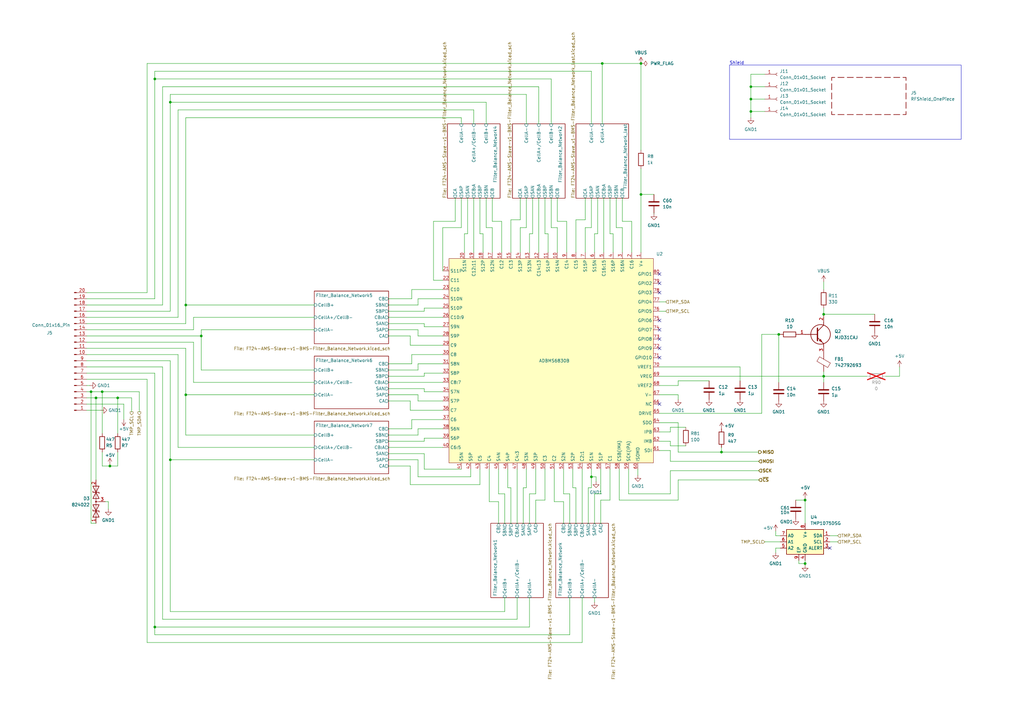
<source format=kicad_sch>
(kicad_sch (version 20230121) (generator eeschema)
  (paper "A3")
  (lib_symbols
    (symbol "ADBMS6830B:ADBMS6830B"
      (property "Reference" "U" (at 44.45 44.45 0))
      (property "Value" "ADBMS6830B" (at 0 0 0))
      (symbol "ADBMS6830B_1_0"
        (pin input line (at -5.08 44.45 270) (length 2.54) (name "C14:13") (number "12"))
        (pin input line (at -44.45 17.78 0) (length 2.54) (name "C10:9") (number "26"))
        (pin input line (at -44.45 -8.89 0) (length 2.54) (name "C8:7") (number "33"))
        (pin input line (at -44.45 -35.56 0) (length 2.54) (name "C6:5") (number "40"))
        (pin input line (at -13.97 -44.45 90) (length 2.54) (name "C4:3") (number "47"))
        (pin input line (at 12.7 -44.45 90) (length 2.54) (name "C2:1") (number "54"))
        (pin input line (at 44.45 -17.78 180) (length 2.54) (name "NC") (number "66"))
        (pin input line (at 44.45 1.27 180) (length 2.54) (name "GPIO10") (number "71"))
      )
      (symbol "ADBMS6830B_1_1"
        (pin input line (at 36.83 44.45 270) (length 2.54) (name "V+") (number "1"))
        (pin input line (at 2.54 44.45 270) (length 2.54) (name "S14N") (number "10"))
        (pin input line (at -1.27 44.45 270) (length 2.54) (name "S14P") (number "11"))
        (pin input line (at -8.89 44.45 270) (length 2.54) (name "S13N") (number "13"))
        (pin input line (at -12.7 44.45 270) (length 2.54) (name "S13P") (number "14"))
        (pin input line (at -16.51 44.45 270) (length 2.54) (name "C13") (number "15"))
        (pin input line (at -20.32 44.45 270) (length 2.54) (name "C12") (number "16"))
        (pin input line (at -24.13 44.45 270) (length 2.54) (name "S12N") (number "17"))
        (pin input line (at -27.94 44.45 270) (length 2.54) (name "S12P") (number "18"))
        (pin input line (at -31.75 44.45 270) (length 2.54) (name "C12:11") (number "19"))
        (pin input line (at 33.02 44.45 270) (length 2.54) (name "C16") (number "2"))
        (pin input line (at -35.56 44.45 270) (length 2.54) (name "S11N") (number "20"))
        (pin input line (at -44.45 36.83 0) (length 2.54) (name "S11P") (number "21"))
        (pin input line (at -44.45 33.02 0) (length 2.54) (name "C11") (number "22"))
        (pin input line (at -44.45 29.21 0) (length 2.54) (name "C10") (number "23"))
        (pin input line (at -44.45 25.4 0) (length 2.54) (name "S10N") (number "24"))
        (pin input line (at -44.45 21.59 0) (length 2.54) (name "S10P") (number "25"))
        (pin input line (at -44.45 13.97 0) (length 2.54) (name "S9N") (number "27"))
        (pin input line (at -44.45 10.16 0) (length 2.54) (name "S9P") (number "28"))
        (pin input line (at -44.45 6.35 0) (length 2.54) (name "C9") (number "29"))
        (pin input line (at 29.21 44.45 270) (length 2.54) (name "S16N") (number "3"))
        (pin input line (at -44.45 2.54 0) (length 2.54) (name "C8") (number "30"))
        (pin input line (at -44.45 -1.27 0) (length 2.54) (name "S8N") (number "31"))
        (pin input line (at -44.45 -5.08 0) (length 2.54) (name "S8P") (number "32"))
        (pin input line (at -44.45 -12.7 0) (length 2.54) (name "S7N") (number "34"))
        (pin input line (at -44.45 -16.51 0) (length 2.54) (name "S7P") (number "35"))
        (pin input line (at -44.45 -20.32 0) (length 2.54) (name "C7") (number "36"))
        (pin input line (at -44.45 -24.13 0) (length 2.54) (name "C6") (number "37"))
        (pin input line (at -44.45 -27.94 0) (length 2.54) (name "S6N") (number "38"))
        (pin input line (at -44.45 -31.75 0) (length 2.54) (name "S6P") (number "39"))
        (pin input line (at 25.4 44.45 270) (length 2.54) (name "S16P") (number "4"))
        (pin input line (at -36.83 -44.45 90) (length 2.54) (name "S5N") (number "41"))
        (pin input line (at -33.02 -44.45 90) (length 2.54) (name "S5P") (number "42"))
        (pin input line (at -29.21 -44.45 90) (length 2.54) (name "C5") (number "43"))
        (pin input line (at -25.4 -44.45 90) (length 2.54) (name "C4") (number "44"))
        (pin input line (at -21.59 -44.45 90) (length 2.54) (name "S4N") (number "45"))
        (pin input line (at -17.78 -44.45 90) (length 2.54) (name "S4P") (number "46"))
        (pin input line (at -10.16 -44.45 90) (length 2.54) (name "S3N") (number "48"))
        (pin input line (at -6.35 -44.45 90) (length 2.54) (name "S3P") (number "49"))
        (pin input line (at 21.59 44.45 270) (length 2.54) (name "C16:15") (number "5"))
        (pin input line (at -2.54 -44.45 90) (length 2.54) (name "C3") (number "50"))
        (pin input line (at 1.27 -44.45 90) (length 2.54) (name "C2") (number "51"))
        (pin input line (at 5.08 -44.45 90) (length 2.54) (name "S2N") (number "52"))
        (pin input line (at 8.89 -44.45 90) (length 2.54) (name "S2P") (number "53"))
        (pin input line (at 16.51 -44.45 90) (length 2.54) (name "S1N") (number "55"))
        (pin input line (at 20.32 -44.45 90) (length 2.54) (name "S1P") (number "56"))
        (pin input line (at 24.13 -44.45 90) (length 2.54) (name "C1") (number "57"))
        (pin input line (at 27.94 -44.45 90) (length 2.54) (name "CSB(IMA)") (number "58"))
        (pin input line (at 31.75 -44.45 90) (length 2.54) (name "SCK(IPA)") (number "59"))
        (pin input line (at 17.78 44.45 270) (length 2.54) (name "S15N") (number "6"))
        (pin input line (at 35.56 -44.45 90) (length 2.54) (name "ISOMD") (number "60"))
        (pin input line (at 44.45 -36.83 180) (length 2.54) (name "SDI") (number "61"))
        (pin input line (at 44.45 -33.02 180) (length 2.54) (name "IMB") (number "62"))
        (pin input line (at 44.45 -29.21 180) (length 2.54) (name "IPB") (number "63"))
        (pin input line (at 44.45 -25.4 180) (length 2.54) (name "SDO") (number "64"))
        (pin input line (at 44.45 -21.59 180) (length 2.54) (name "DRIVE") (number "65"))
        (pin input line (at 44.45 -13.97 180) (length 2.54) (name "V-") (number "67"))
        (pin input line (at 44.45 -10.16 180) (length 2.54) (name "VREF2") (number "68"))
        (pin input line (at 44.45 -6.35 180) (length 2.54) (name "VREG") (number "69"))
        (pin input line (at 13.97 44.45 270) (length 2.54) (name "S15P") (number "7"))
        (pin input line (at 44.45 -2.54 180) (length 2.54) (name "VREF1") (number "70"))
        (pin input line (at 44.45 5.08 180) (length 2.54) (name "GPIO9") (number "72"))
        (pin input line (at 44.45 8.89 180) (length 2.54) (name "GPIO8") (number "73"))
        (pin input line (at 44.45 12.7 180) (length 2.54) (name "GPIO7") (number "74"))
        (pin input line (at 44.45 16.51 180) (length 2.54) (name "GPIO6") (number "75"))
        (pin input line (at 44.45 20.32 180) (length 2.54) (name "GPIO5") (number "76"))
        (pin input line (at 44.45 24.13 180) (length 2.54) (name "GPIO4") (number "77"))
        (pin input line (at 44.45 27.94 180) (length 2.54) (name "GPIO3") (number "78"))
        (pin input line (at 44.45 31.75 180) (length 2.54) (name "GPIO2") (number "79"))
        (pin input line (at 10.16 44.45 270) (length 2.54) (name "C15") (number "8"))
        (pin input line (at 44.45 35.56 180) (length 2.54) (name "GPIO1") (number "80"))
        (pin input line (at 6.35 44.45 270) (length 2.54) (name "C14") (number "9"))
      )
    )
    (symbol "Connector:Conn_01x01_Socket" (pin_names (offset 1.016) hide)
      (property "Reference" "J" (at 0 2.54 0))
      (property "Value" "Conn_01x01_Socket" (at 0 -2.54 0))
      (symbol "Conn_01x01_Socket_1_1"
        (pin passive line (at -5.08 0 0) (length 3.81) (name "Pin_1") (number "1"))
      )
    )
    (symbol "Connector:Conn_01x20_Pin" (pin_names (offset 1.016) hide)
      (property "Reference" "J" (at 0 25.4 0))
      (property "Value" "Conn_01x20_Pin" (at 0 -27.94 0))
      (symbol "Conn_01x20_Pin_1_1"
        (pin passive line (at 5.08 22.86 180) (length 3.81) (name "Pin_1") (number "1"))
        (pin passive line (at 5.08 0 180) (length 3.81) (name "Pin_10") (number "10"))
        (pin passive line (at 5.08 -2.54 180) (length 3.81) (name "Pin_11") (number "11"))
        (pin passive line (at 5.08 -5.08 180) (length 3.81) (name "Pin_12") (number "12"))
        (pin passive line (at 5.08 -7.62 180) (length 3.81) (name "Pin_13") (number "13"))
        (pin passive line (at 5.08 -10.16 180) (length 3.81) (name "Pin_14") (number "14"))
        (pin passive line (at 5.08 -12.7 180) (length 3.81) (name "Pin_15") (number "15"))
        (pin passive line (at 5.08 -15.24 180) (length 3.81) (name "Pin_16") (number "16"))
        (pin passive line (at 5.08 -17.78 180) (length 3.81) (name "Pin_17") (number "17"))
        (pin passive line (at 5.08 -20.32 180) (length 3.81) (name "Pin_18") (number "18"))
        (pin passive line (at 5.08 -22.86 180) (length 3.81) (name "Pin_19") (number "19"))
        (pin passive line (at 5.08 20.32 180) (length 3.81) (name "Pin_2") (number "2"))
        (pin passive line (at 5.08 -25.4 180) (length 3.81) (name "Pin_20") (number "20"))
        (pin passive line (at 5.08 17.78 180) (length 3.81) (name "Pin_3") (number "3"))
        (pin passive line (at 5.08 15.24 180) (length 3.81) (name "Pin_4") (number "4"))
        (pin passive line (at 5.08 12.7 180) (length 3.81) (name "Pin_5") (number "5"))
        (pin passive line (at 5.08 10.16 180) (length 3.81) (name "Pin_6") (number "6"))
        (pin passive line (at 5.08 7.62 180) (length 3.81) (name "Pin_7") (number "7"))
        (pin passive line (at 5.08 5.08 180) (length 3.81) (name "Pin_8") (number "8"))
        (pin passive line (at 5.08 2.54 180) (length 3.81) (name "Pin_9") (number "9"))
      )
    )
    (symbol "Device:C" (pin_numbers hide) (pin_names (offset 0.254))
      (property "Reference" "C" (at 0.635 2.54 0))
      (property "Value" "C" (at 0.635 -2.54 0))
      (symbol "C_1_1"
        (pin passive line (at 0 3.81 270) (length 2.794) (name "~") (number "1"))
        (pin passive line (at 0 -3.81 90) (length 2.794) (name "~") (number "2"))
      )
    )
    (symbol "Device:D_TVS_Dual_AAC" (pin_names (offset 1.016) hide)
      (property "Reference" "D" (at 0 4.445 0))
      (property "Value" "D_TVS_Dual_AAC" (at 0 2.54 0))
      (symbol "D_TVS_Dual_AAC_1_1"
        (pin passive line (at -8.89 0 0) (length 2.54) (name "A1") (number "1"))
        (pin passive line (at 8.89 0 180) (length 2.54) (name "A2") (number "2"))
        (pin input line (at 0 -3.81 90) (length 2.54) (name "common") (number "3"))
      )
    )
    (symbol "Device:FerriteBead" (pin_numbers hide) (pin_names (offset 0))
      (property "Reference" "FB" (at -3.81 0.635 90))
      (property "Value" "FerriteBead" (at 3.81 0 90))
      (symbol "FerriteBead_1_1"
        (pin passive line (at 0 3.81 270) (length 2.54) (name "~") (number "1"))
        (pin passive line (at 0 -3.81 90) (length 2.54) (name "~") (number "2"))
      )
    )
    (symbol "Device:R" (pin_numbers hide) (pin_names (offset 0))
      (property "Reference" "R" (at 2.032 0 90))
      (property "Value" "R" (at 0 0 90))
      (symbol "R_1_1"
        (pin passive line (at 0 3.81 270) (length 1.27) (name "~") (number "1"))
        (pin passive line (at 0 -3.81 90) (length 1.27) (name "~") (number "2"))
      )
    )
    (symbol "Device:RFShield_OnePiece" (pin_names (offset 1.016))
      (property "Reference" "J6" (at 17.145 1.27 0))
      (property "Value" "RFShield_OnePiece" (at 17.145 -1.27 0))
    )
    (symbol "MJD31CAJ:MJD31CAJ" (pin_names hide)
      (property "Reference" "Q" (at 13.97 1.27 0))
      (property "Value" "MJD31CAJ" (at 13.97 -1.27 0))
      (symbol "MJD31CAJ_1_1"
        (pin passive line (at 0 0 0) (length 2.54) (name "B") (number "1"))
        (pin passive line (at 10.16 7.62 270) (length 2.54) (name "C") (number "2"))
        (pin passive line (at 10.16 -7.62 90) (length 2.54) (name "E") (number "3"))
      )
    )
    (symbol "Sensor_Temperature:TMP1075DSG"
      (property "Reference" "U" (at -6.35 6.35 0))
      (property "Value" "TMP1075DSG" (at 6.35 6.35 0))
      (symbol "TMP1075DSG_1_1"
        (pin bidirectional line (at 10.16 2.54 180) (length 2.54) (name "SDA") (number "1"))
        (pin input line (at 10.16 0 180) (length 2.54) (name "SCL") (number "2"))
        (pin open_collector line (at 10.16 -2.54 180) (length 2.54) (name "ALERT") (number "3"))
        (pin power_in line (at 0 -7.62 90) (length 2.54) (name "GND") (number "4"))
        (pin input line (at -10.16 -2.54 0) (length 2.54) (name "A2") (number "5"))
        (pin input line (at -10.16 0 0) (length 2.54) (name "A1") (number "6"))
        (pin input line (at -10.16 2.54 0) (length 2.54) (name "A0") (number "7"))
        (pin power_in line (at 0 7.62 270) (length 2.54) (name "V+") (number "8"))
        (pin passive line (at -2.54 -7.62 90) (length 2.54) (name "EP") (number "9"))
      )
    )
    (symbol "power:+5V" (power) (pin_names (offset 0))
      (property "Value" "+5V" (at 0 3.556 0))
      (symbol "+5V_1_1"
        (pin power_in line (at 0 0 90) (length 0) hide (name "+5V") (number "1"))
      )
    )
    (symbol "power:GND1" (power) (pin_names (offset 0))
      (property "Value" "GND1" (at 0 -3.81 0))
      (symbol "GND1_1_1"
        (pin power_in line (at 0 0 270) (length 0) hide (name "GND1") (number "1"))
      )
    )
    (symbol "power:PWR_FLAG" (power) (pin_numbers hide) (pin_names (offset 0) hide)
      (property "Value" "PWR_FLAG" (at 0 3.81 0))
      (symbol "PWR_FLAG_0_0"
        (pin power_out line (at 0 0 90) (length 0) (name "pwr") (number "1"))
      )
    )
    (symbol "power:VBUS" (power) (pin_names (offset 0))
      (property "Value" "VBUS" (at 0 3.81 0))
      (symbol "VBUS_1_1"
        (pin power_in line (at 0 0 90) (length 0) hide (name "VBUS") (number "1"))
      )
    )
  )
  (junction (at 242.57 195.58))
  (junction (at 295.91 185.42))
  (junction (at 63.5 32.385))
  (junction (at 337.82 154.305))
  (junction (at 307.975 45.72))
  (junction (at 45.085 191.135))
  (junction (at 307.975 35.56))
  (junction (at 337.82 128.905))
  (junction (at 41.91 160.655))
  (junction (at 69.85 41.91))
  (junction (at 48.26 163.195))
  (junction (at 82.55 137.795))
  (junction (at 262.89 26.035))
  (junction (at 69.85 188.595))
  (junction (at 37.338 160.655))
  (junction (at 262.89 79.756))
  (junction (at 319.405 137.16))
  (junction (at 330.2 231.14))
  (junction (at 330.2 205.105))
  (junction (at 76.2 125.095))
  (junction (at 307.975 40.64))
  (junction (at 247.015 26.035))
  (junction (at 76.2 161.925))
  (junction (at 63.5 257.175))
  (junction (at 39.37 163.195))
  (no_connect (at 270.51 142.875))
  (no_connect (at 340.36 224.79))
  (no_connect (at 270.51 116.205))
  (no_connect (at 270.51 139.065))
  (no_connect (at 270.51 131.445))
  (no_connect (at 270.51 146.685))
  (no_connect (at 270.51 120.015))
  (no_connect (at 270.51 112.395))
  (no_connect (at 270.51 165.735))
  (no_connect (at 270.51 135.255))
  (wire (pts (xy 278.13 185.42) (xy 295.91 185.42)))
  (wire (pts (xy 173.99 132.715) (xy 159.385 132.715)))
  (wire (pts (xy 337.82 115.57) (xy 337.82 118.745)))
  (wire (pts (xy 242.57 29.21) (xy 63.5 29.21)))
  (wire (pts (xy 76.2 142.875) (xy 76.2 161.925)))
  (wire (pts (xy 79.375 156.845) (xy 128.905 156.845)))
  (wire (pts (xy 236.22 200.025) (xy 236.22 214.63)))
  (wire (pts (xy 66.675 150.495) (xy 66.675 254)))
  (wire (pts (xy 204.47 205.74) (xy 204.47 214.63)))
  (wire (pts (xy 303.53 156.21) (xy 303.53 150.495)))
  (wire (pts (xy 171.45 151.765) (xy 159.385 151.765)))
  (wire (pts (xy 200.66 192.405) (xy 200.66 205.74)))
  (wire (pts (xy 69.85 41.91) (xy 69.85 127.635)))
  (wire (pts (xy 201.93 103.505) (xy 201.93 93.345)))
  (wire (pts (xy 168.275 168.275) (xy 168.275 164.465)))
  (wire (pts (xy 204.47 192.405) (xy 204.47 202.565)))
  (wire (pts (xy 278.13 163.83) (xy 278.13 161.925)))
  (wire (pts (xy 246.38 192.405) (xy 246.38 202.565)))
  (wire (pts (xy 227.33 192.405) (xy 227.33 205.74)))
  (wire (pts (xy 220.98 35.56) (xy 220.98 50.8)))
  (wire (pts (xy 215.9 38.735) (xy 69.85 38.735)))
  (wire (pts (xy 240.03 93.345) (xy 242.57 93.345)))
  (wire (pts (xy 60.325 26.035) (xy 247.015 26.035)))
  (wire (pts (xy 278.13 158.115) (xy 278.13 156.21)))
  (wire (pts (xy 194.31 45.085) (xy 194.31 50.8)))
  (wire (pts (xy 327.66 229.87) (xy 327.66 231.14)))
  (wire (pts (xy 217.17 103.505) (xy 217.17 95.885)))
  (wire (pts (xy 250.19 95.885) (xy 250.19 81.28)))
  (wire (pts (xy 228.6 90.805) (xy 228.6 81.28)))
  (wire (pts (xy 274.955 180.975) (xy 274.955 182.88)))
  (wire (pts (xy 228.6 103.505) (xy 228.6 93.345)))
  (wire (pts (xy 53.975 163.195) (xy 53.975 168.91)))
  (wire (pts (xy 295.91 183.515) (xy 295.91 185.42)))
  (wire (pts (xy 254 192.405) (xy 254 205.105)))
  (wire (pts (xy 213.36 93.345) (xy 215.9 93.345)))
  (wire (pts (xy 213.36 90.17) (xy 213.36 81.28)))
  (wire (pts (xy 35.56 160.655) (xy 37.338 160.655)))
  (wire (pts (xy 320.04 219.71) (xy 318.135 219.71)))
  (wire (pts (xy 171.45 149.225) (xy 171.45 151.765)))
  (wire (pts (xy 255.27 90.805) (xy 255.27 81.28)))
  (wire (pts (xy 35.56 153.035) (xy 63.5 153.035)))
  (wire (pts (xy 278.13 173.355) (xy 278.13 185.42)))
  (wire (pts (xy 82.55 151.765) (xy 128.905 151.765)))
  (wire (pts (xy 173.99 186.055) (xy 159.385 186.055)))
  (wire (pts (xy 208.28 200.025) (xy 209.55 200.025)))
  (wire (pts (xy 190.5 95.885) (xy 191.77 95.885)))
  (wire (pts (xy 241.3 200.025) (xy 241.3 214.63)))
  (wire (pts (xy 270.51 154.305) (xy 337.82 154.305)))
  (wire (pts (xy 196.85 198.755) (xy 196.85 192.405)))
  (wire (pts (xy 35.56 127.635) (xy 69.85 127.635)))
  (wire (pts (xy 199.39 93.345) (xy 199.39 81.28)))
  (wire (pts (xy 278.13 156.21) (xy 290.83 156.21)))
  (wire (pts (xy 171.45 195.58) (xy 193.04 195.58)))
  (wire (pts (xy 189.23 93.345) (xy 189.23 81.28)))
  (wire (pts (xy 41.91 191.135) (xy 45.085 191.135)))
  (wire (pts (xy 69.85 188.595) (xy 69.85 250.825)))
  (wire (pts (xy 337.82 154.305) (xy 337.82 152.4)))
  (wire (pts (xy 177.8 114.935) (xy 181.61 114.935)))
  (wire (pts (xy 173.99 153.035) (xy 173.99 154.305)))
  (wire (pts (xy 181.61 153.035) (xy 173.99 153.035)))
  (wire (pts (xy 307.975 35.56) (xy 307.975 40.64)))
  (wire (pts (xy 274.955 177.165) (xy 274.955 175.26)))
  (wire (pts (xy 226.06 32.385) (xy 226.06 50.8)))
  (wire (pts (xy 205.74 103.505) (xy 205.74 90.805)))
  (wire (pts (xy 312.42 137.16) (xy 319.405 137.16)))
  (wire (pts (xy 219.71 205.105) (xy 219.71 214.63)))
  (wire (pts (xy 35.56 132.715) (xy 76.2 132.715)))
  (wire (pts (xy 63.5 29.21) (xy 63.5 32.385)))
  (wire (pts (xy 242.57 192.405) (xy 242.57 195.58)))
  (wire (pts (xy 76.2 132.715) (xy 76.2 125.095)))
  (wire (pts (xy 209.55 103.505) (xy 209.55 90.17)))
  (wire (pts (xy 198.12 95.885) (xy 196.85 95.885)))
  (wire (pts (xy 215.9 93.345) (xy 215.9 81.28)))
  (wire (pts (xy 278.13 161.925) (xy 270.51 161.925)))
  (wire (pts (xy 307.975 45.72) (xy 307.975 48.26)))
  (wire (pts (xy 270.51 180.975) (xy 274.955 180.975)))
  (wire (pts (xy 69.85 147.955) (xy 69.85 188.595)))
  (wire (pts (xy 228.6 93.345) (xy 226.06 93.345)))
  (wire (pts (xy 35.56 147.955) (xy 69.85 147.955)))
  (wire (pts (xy 35.56 150.495) (xy 66.675 150.495)))
  (wire (pts (xy 128.905 161.925) (xy 76.2 161.925)))
  (wire (pts (xy 212.09 192.405) (xy 212.09 214.63)))
  (wire (pts (xy 242.57 93.345) (xy 242.57 81.28)))
  (wire (pts (xy 205.74 90.805) (xy 201.93 90.805)))
  (wire (pts (xy 181.61 149.225) (xy 171.45 149.225)))
  (wire (pts (xy 268.224 79.756) (xy 262.89 79.756)))
  (wire (pts (xy 181.61 168.275) (xy 168.275 168.275)))
  (wire (pts (xy 37.338 160.528) (xy 37.338 160.655)))
  (wire (pts (xy 60.325 120.015) (xy 60.325 26.035)))
  (wire (pts (xy 242.57 29.21) (xy 242.57 50.8)))
  (wire (pts (xy 330.2 229.87) (xy 330.2 231.14)))
  (wire (pts (xy 168.91 122.555) (xy 159.385 122.555)))
  (wire (pts (xy 171.45 178.435) (xy 159.385 178.435)))
  (wire (pts (xy 240.03 90.17) (xy 240.03 81.28)))
  (wire (pts (xy 337.82 128.905) (xy 337.82 129.54)))
  (wire (pts (xy 181.61 160.655) (xy 173.99 160.655)))
  (wire (pts (xy 252.73 93.345) (xy 252.73 81.28)))
  (wire (pts (xy 254 205.105) (xy 278.13 205.105)))
  (wire (pts (xy 270.51 177.165) (xy 274.955 177.165)))
  (wire (pts (xy 224.79 95.885) (xy 223.52 95.885)))
  (wire (pts (xy 41.91 160.655) (xy 57.15 160.655)))
  (wire (pts (xy 234.95 200.025) (xy 236.22 200.025)))
  (wire (pts (xy 330.2 204.47) (xy 330.2 205.105)))
  (wire (pts (xy 307.975 30.48) (xy 313.69 30.48)))
  (wire (pts (xy 243.84 103.505) (xy 243.84 95.885)))
  (wire (pts (xy 73.025 183.515) (xy 128.905 183.515)))
  (wire (pts (xy 35.56 145.415) (xy 73.025 145.415)))
  (wire (pts (xy 189.23 48.26) (xy 76.2 48.26)))
  (wire (pts (xy 171.45 125.095) (xy 159.385 125.095)))
  (wire (pts (xy 257.81 192.405) (xy 257.81 202.565)))
  (wire (pts (xy 63.5 122.555) (xy 63.5 32.385)))
  (wire (pts (xy 251.46 95.885) (xy 250.19 95.885)))
  (wire (pts (xy 313.69 35.56) (xy 307.975 35.56)))
  (wire (pts (xy 303.53 150.495) (xy 270.51 150.495)))
  (wire (pts (xy 66.675 254) (xy 212.09 254)))
  (wire (pts (xy 37.338 214.63) (xy 39.37 214.63)))
  (wire (pts (xy 330.2 231.14) (xy 330.2 231.775)))
  (wire (pts (xy 219.71 192.405) (xy 219.71 202.565)))
  (wire (pts (xy 215.9 192.405) (xy 215.9 200.025)))
  (wire (pts (xy 243.84 95.885) (xy 245.11 95.885)))
  (wire (pts (xy 82.55 137.795) (xy 82.55 151.765)))
  (wire (pts (xy 168.275 191.135) (xy 159.385 191.135)))
  (wire (pts (xy 251.46 103.505) (xy 251.46 95.885)))
  (wire (pts (xy 245.11 95.885) (xy 245.11 81.28)))
  (wire (pts (xy 73.025 45.085) (xy 194.31 45.085)))
  (wire (pts (xy 48.26 163.195) (xy 53.975 163.195)))
  (wire (pts (xy 318.135 217.805) (xy 318.135 219.71)))
  (wire (pts (xy 319.405 156.845) (xy 319.405 137.16)))
  (wire (pts (xy 255.27 93.345) (xy 252.73 93.345)))
  (wire (pts (xy 186.69 90.805) (xy 177.8 90.805)))
  (wire (pts (xy 50.8 172.085) (xy 50.8 165.735)))
  (wire (pts (xy 313.69 222.25) (xy 320.04 222.25)))
  (wire (pts (xy 231.14 192.405) (xy 231.14 202.565)))
  (wire (pts (xy 186.69 81.28) (xy 186.69 90.805)))
  (wire (pts (xy 238.76 192.405) (xy 238.76 214.63)))
  (wire (pts (xy 181.61 122.555) (xy 171.45 122.555)))
  (wire (pts (xy 199.39 41.91) (xy 199.39 50.8)))
  (wire (pts (xy 212.09 254) (xy 212.09 245.11)))
  (wire (pts (xy 233.68 202.565) (xy 233.68 214.63)))
  (wire (pts (xy 207.01 250.825) (xy 207.01 245.11)))
  (wire (pts (xy 171.45 175.895) (xy 171.45 178.435)))
  (wire (pts (xy 242.57 200.025) (xy 241.3 200.025)))
  (wire (pts (xy 79.375 130.175) (xy 128.905 130.175)))
  (wire (pts (xy 224.79 103.505) (xy 224.79 95.885)))
  (wire (pts (xy 327.66 231.14) (xy 330.2 231.14)))
  (wire (pts (xy 181.61 93.345) (xy 189.23 93.345)))
  (wire (pts (xy 236.22 90.17) (xy 240.03 90.17)))
  (wire (pts (xy 232.41 90.805) (xy 228.6 90.805)))
  (wire (pts (xy 60.325 263.525) (xy 238.76 263.525)))
  (wire (pts (xy 35.56 142.875) (xy 76.2 142.875)))
  (wire (pts (xy 215.9 200.025) (xy 214.63 200.025)))
  (wire (pts (xy 250.19 192.405) (xy 250.19 205.105)))
  (wire (pts (xy 233.68 245.11) (xy 233.68 260.35)))
  (wire (pts (xy 189.23 50.8) (xy 189.23 48.26)))
  (wire (pts (xy 259.08 103.505) (xy 259.08 90.805)))
  (wire (pts (xy 261.62 192.405) (xy 261.62 194.945)))
  (wire (pts (xy 73.025 145.415) (xy 73.025 183.515)))
  (wire (pts (xy 340.36 219.71) (xy 343.535 219.71)))
  (wire (pts (xy 173.99 179.705) (xy 173.99 180.975)))
  (wire (pts (xy 337.82 154.305) (xy 355.6 154.305)))
  (wire (pts (xy 36.83 158.115) (xy 35.56 158.115)))
  (wire (pts (xy 255.27 103.505) (xy 255.27 93.345)))
  (wire (pts (xy 217.17 95.885) (xy 218.44 95.885)))
  (wire (pts (xy 181.61 126.365) (xy 173.99 126.365)))
  (wire (pts (xy 318.135 226.695) (xy 318.135 224.79)))
  (wire (pts (xy 242.57 195.58) (xy 242.57 200.025)))
  (wire (pts (xy 307.975 45.72) (xy 313.69 45.72)))
  (wire (pts (xy 63.5 260.35) (xy 233.68 260.35)))
  (wire (pts (xy 35.56 155.575) (xy 60.325 155.575)))
  (wire (pts (xy 35.56 120.015) (xy 60.325 120.015)))
  (wire (pts (xy 270.51 158.115) (xy 278.13 158.115)))
  (wire (pts (xy 35.56 137.795) (xy 82.55 137.795)))
  (wire (pts (xy 190.5 103.505) (xy 190.5 95.885)))
  (wire (pts (xy 76.2 125.095) (xy 128.905 125.095)))
  (wire (pts (xy 76.2 161.925) (xy 76.2 178.435)))
  (wire (pts (xy 37.338 160.655) (xy 41.91 160.655)))
  (wire (pts (xy 318.135 224.79) (xy 320.04 224.79)))
  (wire (pts (xy 209.55 90.17) (xy 213.36 90.17)))
  (wire (pts (xy 48.26 191.135) (xy 48.26 185.42)))
  (wire (pts (xy 307.975 30.48) (xy 307.975 35.56)))
  (wire (pts (xy 213.36 103.505) (xy 213.36 93.345)))
  (wire (pts (xy 35.56 135.255) (xy 79.375 135.255)))
  (wire (pts (xy 201.93 93.345) (xy 199.39 93.345)))
  (wire (pts (xy 201.93 90.805) (xy 201.93 81.28)))
  (wire (pts (xy 330.2 205.105) (xy 330.2 214.63)))
  (wire (pts (xy 168.91 118.745) (xy 168.91 122.555)))
  (wire (pts (xy 177.8 90.805) (xy 177.8 114.935)))
  (wire (pts (xy 274.955 182.88) (xy 281.305 182.88)))
  (wire (pts (xy 35.56 130.175) (xy 73.025 130.175)))
  (wire (pts (xy 231.14 205.74) (xy 231.14 214.63)))
  (wire (pts (xy 173.99 126.365) (xy 173.99 127.635)))
  (wire (pts (xy 159.385 183.515) (xy 181.61 183.515)))
  (wire (pts (xy 243.84 245.11) (xy 243.84 247.015)))
  (wire (pts (xy 193.04 195.58) (xy 193.04 192.405)))
  (wire (pts (xy 76.2 48.26) (xy 76.2 125.095)))
  (wire (pts (xy 181.61 118.745) (xy 168.91 118.745)))
  (wire (pts (xy 128.905 135.255) (xy 82.55 135.255)))
  (wire (pts (xy 220.98 81.28) (xy 220.98 103.505)))
  (wire (pts (xy 35.56 140.335) (xy 79.375 140.335)))
  (wire (pts (xy 181.61 164.465) (xy 171.45 164.465)))
  (wire (pts (xy 168.275 141.605) (xy 168.275 137.795)))
  (wire (pts (xy 173.99 154.305) (xy 159.385 154.305)))
  (wire (pts (xy 217.17 202.565) (xy 217.17 214.63)))
  (wire (pts (xy 363.22 154.305) (xy 368.935 154.305)))
  (wire (pts (xy 246.38 202.565) (xy 243.84 202.565)))
  (wire (pts (xy 198.12 103.505) (xy 198.12 95.885)))
  (wire (pts (xy 69.85 41.91) (xy 199.39 41.91)))
  (wire (pts (xy 247.65 81.28) (xy 247.65 103.505)))
  (wire (pts (xy 79.375 135.255) (xy 79.375 130.175)))
  (wire (pts (xy 50.8 165.735) (xy 35.56 165.735)))
  (wire (pts (xy 231.14 202.565) (xy 233.68 202.565)))
  (wire (pts (xy 268.224 87.376) (xy 268.224 87.63)))
  (wire (pts (xy 181.61 133.985) (xy 173.99 133.985)))
  (wire (pts (xy 238.76 245.11) (xy 238.76 263.525)))
  (wire (pts (xy 270.51 127.635) (xy 273.05 127.635)))
  (wire (pts (xy 82.55 135.255) (xy 82.55 137.795)))
  (wire (pts (xy 168.275 164.465) (xy 159.385 164.465)))
  (wire (pts (xy 358.775 128.905) (xy 337.82 128.905)))
  (wire (pts (xy 223.52 192.405) (xy 223.52 205.105)))
  (wire (pts (xy 39.37 163.195) (xy 48.26 163.195)))
  (wire (pts (xy 76.2 178.435) (xy 128.905 178.435)))
  (wire (pts (xy 223.52 95.885) (xy 223.52 81.28)))
  (wire (pts (xy 43.18 205.74) (xy 44.45 205.74)))
  (wire (pts (xy 173.99 180.975) (xy 159.385 180.975)))
  (wire (pts (xy 35.56 122.555) (xy 63.5 122.555)))
  (wire (pts (xy 159.385 156.845) (xy 181.61 156.845)))
  (wire (pts (xy 63.5 32.385) (xy 226.06 32.385)))
  (wire (pts (xy 171.45 161.925) (xy 159.385 161.925)))
  (wire (pts (xy 270.51 123.825) (xy 273.05 123.825)))
  (wire (pts (xy 226.06 93.345) (xy 226.06 81.28)))
  (wire (pts (xy 41.275 168.275) (xy 35.56 168.275)))
  (wire (pts (xy 204.47 202.565) (xy 207.01 202.565)))
  (wire (pts (xy 191.77 95.885) (xy 191.77 81.28)))
  (wire (pts (xy 39.37 196.85) (xy 39.37 163.195)))
  (wire (pts (xy 45.085 191.135) (xy 45.085 190.5)))
  (wire (pts (xy 41.91 185.42) (xy 41.91 191.135)))
  (wire (pts (xy 257.81 202.565) (xy 274.955 202.565)))
  (wire (pts (xy 168.91 149.225) (xy 159.385 149.225)))
  (wire (pts (xy 45.085 191.135) (xy 48.26 191.135)))
  (wire (pts (xy 278.13 196.85) (xy 311.15 196.85)))
  (wire (pts (xy 168.91 145.415) (xy 168.91 149.225)))
  (wire (pts (xy 181.61 175.895) (xy 171.45 175.895)))
  (wire (pts (xy 66.675 35.56) (xy 220.98 35.56)))
  (wire (pts (xy 35.56 163.195) (xy 39.37 163.195)))
  (wire (pts (xy 69.85 188.595) (xy 128.905 188.595)))
  (wire (pts (xy 41.91 160.655) (xy 41.91 177.8)))
  (wire (pts (xy 244.475 197.485) (xy 244.475 195.58)))
  (wire (pts (xy 209.55 200.025) (xy 209.55 214.63)))
  (wire (pts (xy 218.44 95.885) (xy 218.44 81.28)))
  (wire (pts (xy 168.275 198.755) (xy 196.85 198.755)))
  (wire (pts (xy 236.22 103.505) (xy 236.22 90.17)))
  (wire (pts (xy 69.85 38.735) (xy 69.85 41.91)))
  (wire (pts (xy 278.13 205.105) (xy 278.13 196.85)))
  (wire (pts (xy 171.45 188.595) (xy 159.385 188.595)))
  (wire (pts (xy 319.405 137.16) (xy 320.04 137.16)))
  (wire (pts (xy 173.99 186.055) (xy 173.99 192.405)))
  (wire (pts (xy 259.08 90.805) (xy 255.27 90.805)))
  (wire (pts (xy 173.99 192.405) (xy 189.23 192.405)))
  (wire (pts (xy 232.41 103.505) (xy 232.41 90.805)))
  (wire (pts (xy 208.28 192.405) (xy 208.28 200.025)))
  (wire (pts (xy 171.45 188.595) (xy 171.45 195.58)))
  (wire (pts (xy 274.955 175.26) (xy 281.305 175.26)))
  (wire (pts (xy 227.33 205.74) (xy 231.14 205.74)))
  (wire (pts (xy 181.61 179.705) (xy 173.99 179.705)))
  (wire (pts (xy 57.15 160.655) (xy 57.15 168.91)))
  (wire (pts (xy 69.85 250.825) (xy 207.01 250.825)))
  (wire (pts (xy 234.95 192.405) (xy 234.95 200.025)))
  (wire (pts (xy 223.52 205.105) (xy 219.71 205.105)))
  (wire (pts (xy 247.015 26.035) (xy 262.89 26.035)))
  (wire (pts (xy 181.61 137.795) (xy 171.45 137.795)))
  (wire (pts (xy 73.025 130.175) (xy 73.025 45.085)))
  (wire (pts (xy 60.325 155.575) (xy 60.325 263.525)))
  (wire (pts (xy 35.56 125.095) (xy 66.675 125.095)))
  (wire (pts (xy 37.338 160.655) (xy 37.338 214.63)))
  (wire (pts (xy 168.91 175.895) (xy 159.385 175.895)))
  (wire (pts (xy 159.385 130.175) (xy 181.61 130.175)))
  (wire (pts (xy 247.015 26.035) (xy 247.015 50.8)))
  (wire (pts (xy 337.82 154.305) (xy 337.82 156.845)))
  (wire (pts (xy 171.45 122.555) (xy 171.45 125.095)))
  (wire (pts (xy 219.71 202.565) (xy 217.17 202.565)))
  (wire (pts (xy 340.36 222.25) (xy 343.535 222.25)))
  (wire (pts (xy 63.5 153.035) (xy 63.5 257.175)))
  (wire (pts (xy 63.5 257.175) (xy 63.5 260.35)))
  (wire (pts (xy 181.61 145.415) (xy 168.91 145.415)))
  (wire (pts (xy 173.99 159.385) (xy 159.385 159.385)))
  (wire (pts (xy 240.03 103.505) (xy 240.03 93.345)))
  (wire (pts (xy 217.17 257.175) (xy 217.17 245.11)))
  (wire (pts (xy 171.45 135.255) (xy 159.385 135.255)))
  (wire (pts (xy 312.42 137.16) (xy 312.42 169.545)))
  (wire (pts (xy 44.45 205.74) (xy 44.45 208.788)))
  (wire (pts (xy 173.99 133.985) (xy 173.99 132.715)))
  (wire (pts (xy 168.91 172.085) (xy 168.91 175.895)))
  (wire (pts (xy 307.975 40.64) (xy 307.975 45.72)))
  (wire (pts (xy 274.955 189.23) (xy 274.955 184.785)))
  (wire (pts (xy 181.61 111.125) (xy 181.61 93.345)))
  (wire (pts (xy 207.01 202.565) (xy 207.01 214.63)))
  (wire (pts (xy 215.9 50.8) (xy 215.9 38.735)))
  (wire (pts (xy 168.275 191.135) (xy 168.275 198.755)))
  (wire (pts (xy 173.99 127.635) (xy 159.385 127.635)))
  (wire (pts (xy 48.26 177.8) (xy 48.26 163.195)))
  (wire (pts (xy 274.955 189.23) (xy 311.15 189.23)))
  (wire (pts (xy 262.89 26.035) (xy 262.89 61.595)))
  (wire (pts (xy 79.375 140.335) (xy 79.375 156.845)))
  (wire (pts (xy 173.99 160.655) (xy 173.99 159.385)))
  (wire (pts (xy 194.31 81.28) (xy 194.31 103.505)))
  (wire (pts (xy 270.51 173.355) (xy 278.13 173.355)))
  (wire (pts (xy 368.935 150.495) (xy 368.935 154.305)))
  (wire (pts (xy 313.69 40.64) (xy 307.975 40.64)))
  (wire (pts (xy 270.51 169.545) (xy 312.42 169.545)))
  (wire (pts (xy 330.2 205.105) (xy 326.39 205.105)))
  (wire (pts (xy 274.955 193.04) (xy 311.15 193.04)))
  (wire (pts (xy 262.89 69.215) (xy 262.89 79.756)))
  (wire (pts (xy 171.45 164.465) (xy 171.45 161.925)))
  (wire (pts (xy 274.955 184.785) (xy 270.51 184.785)))
  (wire (pts (xy 262.89 79.756) (xy 262.89 103.505)))
  (wire (pts (xy 295.91 185.42) (xy 311.15 185.42)))
  (wire (pts (xy 196.85 95.885) (xy 196.85 81.28)))
  (wire (pts (xy 66.675 125.095) (xy 66.675 35.56)))
  (wire (pts (xy 250.19 205.105) (xy 246.38 205.105)))
  (wire (pts (xy 181.61 141.605) (xy 168.275 141.605)))
  (wire (pts (xy 171.45 137.795) (xy 171.45 135.255)))
  (wire (pts (xy 274.955 202.565) (xy 274.955 193.04)))
  (wire (pts (xy 337.82 126.365) (xy 337.82 128.905)))
  (wire (pts (xy 243.84 202.565) (xy 243.84 214.63)))
  (wire (pts (xy 63.5 257.175) (xy 217.17 257.175)))
  (wire (pts (xy 244.475 195.58) (xy 242.57 195.58)))
  (wire (pts (xy 200.66 205.74) (xy 204.47 205.74)))
  (wire (pts (xy 168.275 137.795) (xy 159.385 137.795)))
  (wire (pts (xy 246.38 205.105) (xy 246.38 214.63)))
  (wire (pts (xy 214.63 200.025) (xy 214.63 214.63)))
  (wire (pts (xy 181.61 172.085) (xy 168.91 172.085)))
  (rectangle (start 299.212 26.67) (end 394.208 57.15))
  (text "Shield" (at 299.212 26.67 0) (effects (font (size 1.27 1.27)) (justify left bottom)))
  (hierarchical_label "TMP_SCL" (shape input) (at 273.05 127.635 0))
  (hierarchical_label "TMP_SDA" (shape input) (at 273.05 123.825 0))
  (hierarchical_label "MISO" (shape output) (at 311.15 185.42 0) (effects (font bold)))
  (hierarchical_label "TMP_SCL" (shape output) (at 53.975 168.91 270))
  (hierarchical_label "MOSI" (shape input) (at 311.15 189.23 0) (effects (font bold)))
  (hierarchical_label "TMP_SDA" (shape output) (at 57.15 168.91 270))
  (hierarchical_label "TMP_SCL" (shape input) (at 313.69 222.25 180))
  (hierarchical_label "SCK" (shape input) (at 311.15 193.04 0) (effects (font bold)))
  (hierarchical_label "TMP_SDA" (shape input) (at 343.535 219.71 0))
  (hierarchical_label "~{CS}" (shape input) (at 311.15 196.85 0) (effects (font bold)))
  (hierarchical_label "TMP_SCL" (shape input) (at 343.535 222.25 0))
  (symbol (lib_id "Device:R") (at 262.89 65.405 0) (unit 1)
    (property "Reference" "R8" (at 265.43 64.135 0) (effects (justify left)))
    (property "Value" "1k" (at 265.43 66.675 0) (effects (justify left)))
    (property "Footprint" "Resistor_SMD:R_0603_1608Metric" (effects hide))
  )
  (symbol (lib_id "power:GND1") (at 358.775 136.525 0) (unit 1)
    (property "Reference" "#PWR049" (effects hide))
    (property "Value" "GND1" (at 358.775 140.97 0))
  )
  (symbol (lib_id "Device:C") (at 337.82 160.655 0) (unit 1)
    (property "Reference" "C15" (at 340.995 159.385 0) (effects (justify left)))
    (property "Value" "1µ" (at 340.995 161.925 0) (effects (justify left)))
    (property "Footprint" "Capacitor_SMD:C_0603_1608Metric" (effects hide))
  )
  (symbol (lib_id "power:+5V") (at 295.91 175.895 0) (unit 1)
    (property "Reference" "#PWR043" (effects hide))
    (property "Value" "+5V" (at 299.085 174.625 0))
  )
  (symbol (lib_id "Device:C") (at 303.53 160.02 0) (unit 1)
    (property "Reference" "C13" (at 306.705 158.75 0) (effects (justify left)))
    (property "Value" "1µ" (at 306.705 161.29 0) (effects (justify left)))
    (property "Footprint" "Capacitor_SMD:C_0603_1608Metric" (effects hide))
  )
  (symbol (lib_id "Device:C") (at 358.775 132.715 0) (unit 1)
    (property "Reference" "C16" (at 362.585 131.445 0) (effects (justify left)))
    (property "Value" "10n" (at 362.585 133.985 0) (effects (justify left)))
    (property "Footprint" "Capacitor_SMD:C_0603_1608Metric" (effects hide))
  )
  (symbol (lib_id "Sensor_Temperature:TMP1075DSG") (at 330.2 222.25 0) (unit 1)
    (property "Reference" "U4" (at 332.3941 212.09 0) (effects (justify left)))
    (property "Value" "TMP1075DSG" (at 332.3941 214.63 0) (effects (justify left)))
    (property "Footprint" "Slave:SON50P200X200X80-9N" (effects hide))
    (property "Datasheet" "https://www.ti.com/lit/gpn/tmp1075" (effects hide))
  )
  (symbol (lib_id "power:+5V") (at 368.935 150.495 0) (unit 1)
    (property "Reference" "#PWR050" (effects hide))
    (property "Value" "+5V" (at 368.935 146.05 0))
  )
  (symbol (lib_id "power:+5V") (at 45.085 190.5 0) (mirror y) (unit 1)
    (property "Reference" "#PWR023" (effects hide))
    (property "Value" "+5V" (at 45.085 186.69 0))
  )
  (symbol (lib_id "Device:R") (at 323.85 137.16 90) (unit 1)
    (property "Reference" "R10" (at 323.85 131.445 90))
    (property "Value" "10" (at 323.85 133.985 90))
    (property "Footprint" "Resistor_SMD:R_0603_1608Metric" (effects hide))
  )
  (symbol (lib_id "power:GND1") (at 268.224 87.63 0) (unit 1)
    (property "Reference" "#PWR076" (effects hide))
    (property "Value" "GND1" (at 268.224 92.456 0))
  )
  (symbol (lib_id "power:GND1") (at 278.13 163.83 0) (unit 1)
    (property "Reference" "#PWR041" (effects hide))
    (property "Value" "GND1" (at 278.13 168.275 0))
  )
  (symbol (lib_id "power:GND1") (at 243.84 247.015 0) (unit 1)
    (property "Reference" "#PWR039" (effects hide))
    (property "Value" "GND1" (at 243.84 251.46 0))
  )
  (symbol (lib_id "power:GND1") (at 326.39 212.725 0) (mirror y) (unit 1)
    (property "Reference" "#PWR083" (effects hide))
    (property "Value" "GND1" (at 322.58 213.995 0))
  )
  (symbol (lib_id "power:VBUS") (at 262.89 26.035 0) (unit 1)
    (property "Reference" "#PWR065" (effects hide))
    (property "Value" "VBUS" (at 262.89 21.59 0))
  )
  (symbol (lib_id "Device:RFShield_OnePiece") (at 356.362 39.37 0) (unit 1)
    (property "Reference" "J5" (at 373.507 38.1 0) (effects (justify left)))
    (property "Value" "RFShield_OnePiece" (at 373.507 40.64 0) (effects (justify left)))
    (property "Footprint" "Slave:Wuerth_Elektronik_3600637250S" (effects hide))
    (property "Datasheet" "https://www.we-online.com/components/products/datasheet/3600637250S.pdf" (effects hide))
    (instances (project "FT24-AMS_Slave-v5" (path "" (reference "J5") (unit 1)) (path "" (reference "J6") (unit 1))))
  )
  (symbol (lib_id "power:GND1") (at 330.2 231.775 0) (mirror y) (unit 1)
    (property "Reference" "#PWR036" (effects hide))
    (property "Value" "GND1" (at 330.2 236.22 0))
  )
  (symbol (lib_id "power:GND1") (at 44.45 208.788 0) (unit 1)
    (property "Reference" "#PWR033" (effects hide))
    (property "Value" "GND1" (at 44.45 213.36 0))
  )
  (symbol (lib_id "power:GND1") (at 261.62 194.945 0) (unit 1)
    (property "Reference" "#PWR040" (effects hide))
    (property "Value" "GND1" (at 261.62 199.39 0))
  )
  (symbol (lib_id "Device:D_TVS_Dual_AAC") (at 39.37 205.74 90) (unit 1)
    (property "Reference" "D3" (at 36.83 204.47 90) (effects (justify left)))
    (property "Value" "824022" (at 36.83 207.01 90) (effects (justify left)))
    (property "Footprint" "Slave:SOT95P240X120-3N" (effects hide))
    (property "Datasheet" "https://www.we-online.com/components/products/datasheet/824022.pdf" (effects hide))
  )
  (symbol (lib_id "MJD31CAJ:MJD31CAJ") (at 327.66 137.16 0) (unit 1)
    (property "Reference" "Q2" (at 342.265 135.89 0) (effects (justify left)))
    (property "Value" "MJD31CAJ" (at 342.265 138.43 0) (effects (justify left)))
    (property "Footprint" "Slave:MJD31CAJ" (effects hide))
    (property "Datasheet" "https://assets.nexperia.com/documents/data-sheet/MJD31CA.pdf" (effects hide))
    (property "Height" "2.38" (effects hide))
    (property "Mouser Part Number" "771-MJD31CAJ" (effects hide))
    (property "Mouser Price/Stock" "https://www.mouser.co.uk/ProductDetail/Nexperia/MJD31CAJ?qs=Lw5w8Rbia2XIR2GSKHXSCQ%3D%3D" (effects hide))
    (property "Manufacturer_Name" "Nexperia" (effects hide))
    (property "Manufacturer_Part_Number" "MJD31CAJ" (effects hide))
  )
  (symbol (lib_id "Connector:Conn_01x01_Socket") (at 318.77 35.56 0) (unit 1)
    (property "Reference" "J12" (at 319.786 34.29 0) (effects (justify left)))
    (property "Value" "Conn_01x01_Socket" (at 319.786 36.83 0) (effects (justify left)))
    (property "Footprint" "Slave:36900000" (effects hide))
    (property "Datasheet" "https://www.we-online.com/components/products/datasheet/36900000.pdf" (effects hide))
  )
  (symbol (lib_id "Device:FerriteBead") (at 337.82 148.59 0) (unit 1)
    (property "Reference" "FB1" (at 342.265 147.2692 0) (effects (justify left)))
    (property "Value" "742792693" (at 342.265 149.8092 0) (effects (justify left)))
    (property "Footprint" "Inductor_SMD:L_0603_1608Metric" (effects hide))
  )
  (symbol (lib_id "power:GND1") (at 307.975 48.26 0) (unit 1)
    (property "Reference" "#PWR045" (effects hide))
    (property "Value" "GND1" (at 307.975 53.086 0))
  )
  (symbol (lib_id "Device:C") (at 290.83 160.02 0) (unit 1)
    (property "Reference" "C12" (at 294.64 158.75 0) (effects (justify left)))
    (property "Value" "1µ" (at 294.64 161.29 0) (effects (justify left)))
    (property "Footprint" "Capacitor_SMD:C_0603_1608Metric" (effects hide))
  )
  (symbol (lib_id "power:+5V") (at 330.2 204.47 0) (unit 1)
    (property "Reference" "#PWR080" (effects hide))
    (property "Value" "+5V" (at 330.2 200.025 0))
  )
  (symbol (lib_id "power:GND1") (at 303.53 163.83 0) (unit 1)
    (property "Reference" "#PWR044" (effects hide))
    (property "Value" "GND1" (at 303.53 168.275 0))
  )
  (symbol (lib_id "Connector:Conn_01x01_Socket") (at 318.77 30.48 0) (unit 1)
    (property "Reference" "J11" (at 319.786 29.21 0) (effects (justify left)))
    (property "Value" "Conn_01x01_Socket" (at 319.786 31.75 0) (effects (justify left)))
    (property "Footprint" "Slave:36900000" (effects hide))
    (property "Datasheet" "https://www.we-online.com/components/products/datasheet/36900000.pdf" (effects hide))
  )
  (symbol (lib_id "power:GND1") (at 36.83 158.115 90) (mirror x) (unit 1)
    (property "Reference" "#PWR066" (effects hide))
    (property "Value" "GND1" (at 42.545 158.115 90))
  )
  (symbol (lib_id "Device:C") (at 268.224 83.566 0) (unit 1)
    (property "Reference" "C60" (at 271.78 82.296 0) (effects (justify left)))
    (property "Value" "10n" (at 271.78 84.836 0) (effects (justify left)))
    (property "Footprint" "Capacitor_SMD:C_0603_1608Metric" (effects hide))
  )
  (symbol (lib_id "Connector:Conn_01x01_Socket") (at 318.77 45.72 0) (unit 1)
    (property "Reference" "J14" (at 319.786 44.45 0) (effects (justify left)))
    (property "Value" "Conn_01x01_Socket" (at 319.786 46.99 0) (effects (justify left)))
    (property "Footprint" "Slave:36900000" (effects hide))
    (property "Datasheet" "https://www.we-online.com/components/products/datasheet/36900000.pdf" (effects hide))
  )
  (symbol (lib_id "power:GND1") (at 319.405 164.465 0) (unit 1)
    (property "Reference" "#PWR046" (effects hide))
    (property "Value" "GND1" (at 319.405 168.91 0))
  )
  (symbol (lib_id "power:VBUS") (at 337.82 115.57 0) (unit 1)
    (property "Reference" "#PWR047" (effects hide))
    (property "Value" "VBUS" (at 337.82 111.125 0))
  )
  (symbol (lib_id "power:GND1") (at 318.135 226.695 0) (mirror y) (unit 1)
    (property "Reference" "#PWR082" (effects hide))
    (property "Value" "GND1" (at 318.135 231.14 0))
  )
  (symbol (lib_id "Device:R") (at 48.26 181.61 0) (mirror x) (unit 1)
    (property "Reference" "R7" (at 49.784 182.753 0) (effects (justify left)))
    (property "Value" "4k7" (at 49.784 180.213 0) (effects (justify left)))
    (property "Footprint" "Resistor_SMD:R_0603_1608Metric" (effects hide))
    (instances (project "FT24-AMS_Slave-v5" (path "" (reference "R7") (unit 1)) (path "" (reference "R78") (unit 1))))
  )
  (symbol (lib_id "Device:R") (at 337.82 122.555 0) (unit 1)
    (property "Reference" "R11" (at 339.725 121.285 0) (effects (justify left)))
    (property "Value" "330" (at 339.725 123.825 0) (effects (justify left)))
    (property "Footprint" "Resistor_SMD:R_1206_3216Metric" (effects hide))
  )
  (symbol (lib_id "power:PWR_FLAG") (at 262.89 26.035 270) (unit 1)
    (property "Reference" "#FLG07" (effects hide))
    (property "Value" "PWR_FLAG" (at 266.7 26.035 90) (effects (justify left)))
  )
  (symbol (lib_id "power:GND1") (at 290.83 163.83 0) (unit 1)
    (property "Reference" "#PWR042" (effects hide))
    (property "Value" "GND1" (at 290.83 168.275 0))
  )
  (symbol (lib_id "Connector:Conn_01x01_Socket") (at 318.77 40.64 0) (unit 1)
    (property "Reference" "J13" (at 319.786 39.37 0) (effects (justify left)))
    (property "Value" "Conn_01x01_Socket" (at 319.786 41.91 0) (effects (justify left)))
    (property "Footprint" "Slave:36900000" (effects hide))
    (property "Datasheet" "https://www.we-online.com/components/products/datasheet/36900000.pdf" (effects hide))
  )
  (symbol (lib_id "Connector:Conn_01x20_Pin") (at 30.48 145.415 0) (mirror x) (unit 1)
    (property "Reference" "J5" (at 20.32 136.525 0))
    (property "Value" "Conn_01x16_Pin" (at 20.955 133.35 0))
    (property "Footprint" "Slave:524652070" (effects hide))
  )
  (symbol (lib_id "ADBMS6830B:ADBMS6830B") (at 226.06 147.955 0) (unit 1)
    (property "Reference" "U2" (at 270.51 104.14 0))
    (property "Value" "ADBMS6830B" (at 227.33 147.955 0))
    (property "Footprint" "Slave:QFP-80_12x12_Pitch0.5mm" (effects hide))
  )
  (symbol (lib_id "Device:R") (at 281.305 179.07 0) (unit 1)
    (property "Reference" "R81" (at 283.21 177.8 0) (effects (justify left)))
    (property "Value" "100" (at 283.21 180.34 0) (effects (justify left)))
    (property "Footprint" "Resistor_SMD:R_0603_1608Metric" (effects hide))
  )
  (symbol (lib_id "power:+5V") (at 50.8 172.085 0) (mirror x) (unit 1)
    (property "Reference" "#PWR038" (effects hide))
    (property "Value" "+5V" (at 50.8 175.895 0))
  )
  (symbol (lib_id "power:GND1") (at 337.82 164.465 0) (unit 1)
    (property "Reference" "#PWR048" (effects hide))
    (property "Value" "GND1" (at 337.82 168.91 0))
  )
  (symbol (lib_id "Device:R") (at 41.91 181.61 0) (mirror x) (unit 1)
    (property "Reference" "R5" (at 43.434 182.753 0) (effects (justify left)))
    (property "Value" "4k7" (at 43.434 180.213 0) (effects (justify left)))
    (property "Footprint" "Resistor_SMD:R_0603_1608Metric" (effects hide))
    (instances (project "FT24-AMS_Slave-v5" (path "" (reference "R5") (unit 1)) (path "" (reference "R77") (unit 1))))
  )
  (symbol (lib_id "power:GND1") (at 244.475 197.485 0) (unit 1)
    (property "Reference" "#PWR067" (effects hide))
    (property "Value" "GND1" (at 244.475 201.93 0))
  )
  (symbol (lib_id "power:+5V") (at 318.135 217.805 0) (unit 1)
    (property "Reference" "#PWR081" (effects hide))
    (property "Value" "+5V" (at 314.96 216.535 0))
  )
  (symbol (lib_id "power:GND1") (at 41.275 168.275 90) (mirror x) (unit 1)
    (property "Reference" "#PWR037" (effects hide))
    (property "Value" "GND1" (at 44.45 168.275 90) (effects (justify right)))
  )
  (symbol (lib_id "Device:R") (at 359.41 154.305 90) (unit 1) (dnp yes)
    (property "Reference" "R90" (at 359.41 156.845 90))
    (property "Value" "0" (at 359.41 159.385 90))
    (property "Footprint" "Resistor_SMD:R_0603_1608Metric" (effects hide))
  )
  (symbol (lib_id "Device:C") (at 319.405 160.655 0) (unit 1)
    (property "Reference" "C14" (at 322.58 159.385 0) (effects (justify left)))
    (property "Value" "10n" (at 322.58 161.925 0) (effects (justify left)))
    (property "Footprint" "Capacitor_SMD:C_0603_1608Metric" (effects hide))
  )
  (symbol (lib_id "Device:C") (at 326.39 208.915 0) (unit 1)
    (property "Reference" "C61" (at 320.04 208.28 0) (effects (justify left)))
    (property "Value" "10n" (at 320.04 210.185 0) (effects (justify left)))
    (property "Footprint" "Capacitor_SMD:C_0603_1608Metric" (effects hide))
  )
  (symbol (lib_id "Device:R") (at 295.91 179.705 0) (unit 1)
    (property "Reference" "R9" (at 298.45 178.435 0) (effects (justify left)))
    (property "Value" "4k7" (at 298.45 180.975 0) (effects (justify left)))
    (property "Footprint" "Resistor_SMD:R_0603_1608Metric" (effects hide))
  )
  (sheet (at 128.905 119.38) (size 30.48 21.59) (stroke (width 0.1524))
    (property "Sheetname" "Filter_Balance_Network5" (at 129.54 121.92 0) (effects (justify left bottom)))
    (property "Sheetfile" "FT24-AMS-Slave-v1-BMS-Filter_Balance_Network.kicad_sch" (at 95.885 142.24 0) (effects (justify left top)))
    (pin "CellA-" input (at 128.905 135.255 180))
    (pin "CellA+{slash}CellB-" input (at 128.905 130.175 180))
    (pin "CellB+" input (at 128.905 125.095 180))
    (pin "SAP" output (at 159.385 135.255 0))
    (pin "CA" output (at 159.385 137.795 0))
    (pin "SAN" output (at 159.385 132.715 0))
    (pin "CB" output (at 159.385 122.555 0))
    (pin "SBN" output (at 159.385 125.095 0))
    (pin "SBP" output (at 159.385 127.635 0))
    (pin "CB:A" output (at 159.385 130.175 0))
  )
  (sheet (at 201.295 214.63) (size 21.59 30.48) (stroke (width 0.1524))
    (property "Sheetname" "Filter_Balance_Network1" (at 203.835 244.475 90) (effects (justify left bottom)))
    (property "Sheetfile" "FT24-AMS-Slave-v1-BMS-Filter_Balance_Network.kicad_sch" (at 224.79 278.765 90) (effects (justify left top)))
    (pin "CellA-" input (at 217.17 245.11 270))
    (pin "CellA+{slash}CellB-" input (at 212.09 245.11 270))
    (pin "CellB+" input (at 207.01 245.11 270))
    (pin "SAP" output (at 217.17 214.63 90))
    (pin "CA" output (at 219.71 214.63 90))
    (pin "SAN" output (at 214.63 214.63 90))
    (pin "CB" output (at 204.47 214.63 90))
    (pin "SBN" output (at 207.01 214.63 90))
    (pin "SBP" output (at 209.55 214.63 90))
    (pin "CB:A" output (at 212.09 214.63 90))
  )
  (sheet (at 236.22 50.8) (size 21.59 30.48) (stroke (width 0.1524))
    (property "Sheetname" "Filter_Balance_Network_last" (at 257.175 77.47 90) (effects (justify left bottom)))
    (property "Sheetfile" "FT24-AMS-Slave_v1-BMS-Filter_Balance_Network_last.kicad_sch" (at 234.315 81.28 90) (effects (justify left top)))
    (pin "SAP" output (at 242.57 81.28 270))
    (pin "CA" output (at 240.03 81.28 270))
    (pin "SAN" output (at 245.11 81.28 270))
    (pin "CB" output (at 255.27 81.28 270))
    (pin "SBP" output (at 250.19 81.28 270))
    (pin "CB:A" output (at 247.65 81.28 270))
    (pin "SBN" output (at 252.73 81.28 270))
    (pin "CellA-" input (at 242.57 50.8 90))
    (pin "CellA+" input (at 247.015 50.8 90))
  )
  (sheet (at 210.185 50.8) (size 21.59 30.48) (stroke (width 0.1524))
    (property "Sheetname" "Filter_Balance_Network2" (at 230.505 74.93 90) (effects (justify left bottom)))
    (property "Sheetfile" "FT24-AMS-Slave-v1-BMS-Filter_Balance_Network.kicad_sch" (at 208.28 81.28 90) (effects (justify left top)))
    (pin "CellA-" input (at 215.9 50.8 90))
    (pin "CellA+{slash}CellB-" input (at 220.98 50.8 90))
    (pin "CellB+" input (at 226.06 50.8 90))
    (pin "SAP" output (at 215.9 81.28 270))
    (pin "CA" output (at 213.36 81.28 270))
    (pin "SAN" output (at 218.44 81.28 270))
    (pin "CB" output (at 228.6 81.28 270))
    (pin "SBN" output (at 226.06 81.28 270))
    (pin "SBP" output (at 223.52 81.28 270))
    (pin "CB:A" output (at 220.98 81.28 270))
  )
  (sheet (at 128.905 172.72) (size 30.48 21.59) (stroke (width 0.1524))
    (property "Sheetname" "Filter_Balance_Network7" (at 129.54 175.26 0) (effects (justify left bottom)))
    (property "Sheetfile" "FT24-AMS-Slave-v1-BMS-Filter_Balance_Network.kicad_sch" (at 95.885 195.58 0) (effects (justify left top)))
    (pin "CellA-" input (at 128.905 188.595 180))
    (pin "CellA+{slash}CellB-" input (at 128.905 183.515 180))
    (pin "CellB+" input (at 128.905 178.435 180))
    (pin "SAP" output (at 159.385 188.595 0))
    (pin "CA" output (at 159.385 191.135 0))
    (pin "SAN" output (at 159.385 186.055 0))
    (pin "CB" output (at 159.385 175.895 0))
    (pin "SBN" output (at 159.385 178.435 0))
    (pin "SBP" output (at 159.385 180.975 0))
    (pin "CB:A" output (at 159.385 183.515 0))
  )
  (sheet (at 227.965 214.63) (size 21.59 30.48) (stroke (width 0.1524))
    (property "Sheetname" "Filter_Balance_Network" (at 230.505 244.475 90) (effects (justify left bottom)))
    (property "Sheetfile" "FT24-AMS-Slave-v1-BMS-Filter_Balance_Network.kicad_sch" (at 250.825 278.765 90) (effects (justify left top)))
    (pin "CellA-" input (at 243.84 245.11 270))
    (pin "CellA+{slash}CellB-" input (at 238.76 245.11 270))
    (pin "CellB+" input (at 233.68 245.11 270))
    (pin "SAP" output (at 243.84 214.63 90))
    (pin "CA" output (at 246.38 214.63 90))
    (pin "SAN" output (at 241.3 214.63 90))
    (pin "CB" output (at 231.14 214.63 90))
    (pin "SBN" output (at 233.68 214.63 90))
    (pin "SBP" output (at 236.22 214.63 90))
    (pin "CB:A" output (at 238.76 214.63 90))
  )
  (sheet (at 183.515 50.8) (size 21.59 30.48) (stroke (width 0.1524))
    (property "Sheetname" "Filter_Balance_Network4" (at 203.835 74.93 90) (effects (justify left bottom)))
    (property "Sheetfile" "FT24-AMS-Slave-v1-BMS-Filter_Balance_Network.kicad_sch" (at 181.61 81.28 90) (effects (justify left top)))
    (pin "CellA-" input (at 189.23 50.8 90))
    (pin "CellA+{slash}CellB-" input (at 194.31 50.8 90))
    (pin "CellB+" input (at 199.39 50.8 90))
    (pin "SAP" output (at 189.23 81.28 270))
    (pin "CA" output (at 186.69 81.28 270))
    (pin "SAN" output (at 191.77 81.28 270))
    (pin "CB" output (at 201.93 81.28 270))
    (pin "SBN" output (at 199.39 81.28 270))
    (pin "SBP" output (at 196.85 81.28 270))
    (pin "CB:A" output (at 194.31 81.28 270))
  )
  (sheet (at 128.905 146.05) (size 30.48 21.59) (stroke (width 0.1524))
    (property "Sheetname" "Filter_Balance_Network6" (at 129.54 148.59 0) (effects (justify left bottom)))
    (property "Sheetfile" "FT24-AMS-Slave-v1-BMS-Filter_Balance_Network.kicad_sch" (at 95.885 168.91 0) (effects (justify left top)))
    (pin "CellA-" input (at 128.905 161.925 180))
    (pin "CellA+{slash}CellB-" input (at 128.905 156.845 180))
    (pin "CellB+" input (at 128.905 151.765 180))
    (pin "SAP" output (at 159.385 161.925 0))
    (pin "CA" output (at 159.385 164.465 0))
    (pin "SAN" output (at 159.385 159.385 0))
    (pin "CB" output (at 159.385 149.225 0))
    (pin "SBN" output (at 159.385 151.765 0))
    (pin "SBP" output (at 159.385 154.305 0))
    (pin "CB:A" output (at 159.385 156.845 0))
  )
)
</source>
